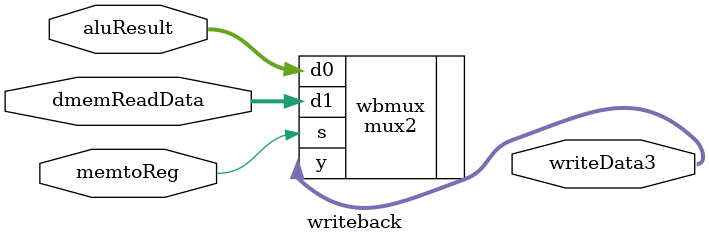
<source format=sv>
`timescale 1ns / 1ps

module writeback #(parameter N = 32)
					(input logic [N-1:0] aluResult, dmemReadData,
					input logic memtoReg,
					output logic [N-1:0] writeData3);					
	
	mux2 wbmux (.d0(aluResult), .d1(dmemReadData), .s(memtoReg), .y(writeData3));
	
endmodule


</source>
